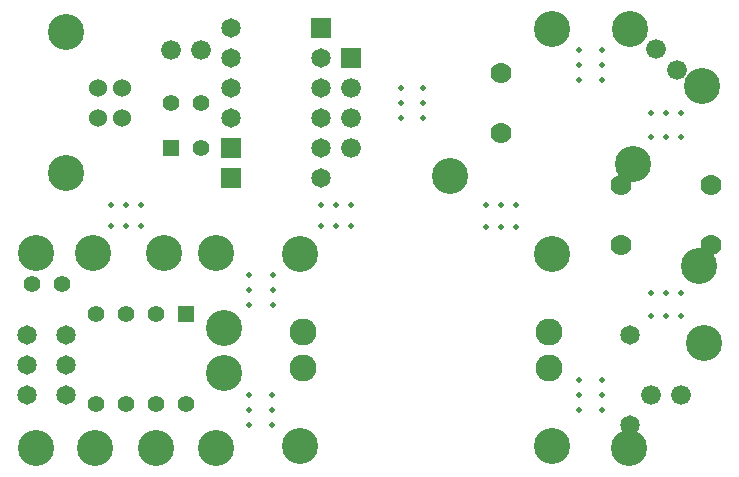
<source format=gbs>
G04 (created by PCBNEW (2013-07-07 BZR 4022)-stable) date 2/5/2015 8:35:07 PM*
%MOIN*%
G04 Gerber Fmt 3.4, Leading zero omitted, Abs format*
%FSLAX34Y34*%
G01*
G70*
G90*
G04 APERTURE LIST*
%ADD10C,0.00590551*%
%ADD11R,0.065X0.065*%
%ADD12C,0.065*%
%ADD13R,0.066X0.066*%
%ADD14C,0.066*%
%ADD15C,0.055*%
%ADD16C,0.07*%
%ADD17C,0.06*%
%ADD18C,0.12*%
%ADD19R,0.055X0.055*%
%ADD20C,0.09*%
%ADD21C,0.02*%
G04 APERTURE END LIST*
G54D10*
G54D11*
X52500Y-41250D03*
G54D12*
X49500Y-41250D03*
X44000Y-52500D03*
X44000Y-51500D03*
X44000Y-53500D03*
X42700Y-51500D03*
X42700Y-52500D03*
X42700Y-53500D03*
G54D13*
X53500Y-42250D03*
G54D14*
X53500Y-43250D03*
X53500Y-44250D03*
X53500Y-45250D03*
G54D15*
X42850Y-49800D03*
X43850Y-49800D03*
G54D16*
X62500Y-48500D03*
X62500Y-46500D03*
X65500Y-48500D03*
X65500Y-46500D03*
X58500Y-44750D03*
X58500Y-42750D03*
G54D17*
X45850Y-44250D03*
X45850Y-43250D03*
X45063Y-43250D03*
X45063Y-44250D03*
G54D18*
X44000Y-46112D03*
X44000Y-41388D03*
G54D19*
X48000Y-50800D03*
G54D15*
X47000Y-50800D03*
X46000Y-50800D03*
X45000Y-50800D03*
X45000Y-53800D03*
X46000Y-53800D03*
X47000Y-53800D03*
X48000Y-53800D03*
G54D11*
X49500Y-46250D03*
G54D12*
X52500Y-46250D03*
X49500Y-42250D03*
X52500Y-42250D03*
X49500Y-44250D03*
X52500Y-44250D03*
X49500Y-43250D03*
X52500Y-43250D03*
X62800Y-54500D03*
X62800Y-51500D03*
G54D19*
X47500Y-45250D03*
G54D15*
X48500Y-45250D03*
G54D20*
X51900Y-52600D03*
X60100Y-52600D03*
X51900Y-51400D03*
X60100Y-51400D03*
G54D18*
X49250Y-52750D03*
X49000Y-48750D03*
X47000Y-55250D03*
X43000Y-55250D03*
X49000Y-55250D03*
X65200Y-43200D03*
X62800Y-41300D03*
X65250Y-51750D03*
X62750Y-55250D03*
X65100Y-49200D03*
X56800Y-46200D03*
X60200Y-41300D03*
X62900Y-45800D03*
X51800Y-55200D03*
X60200Y-55200D03*
X51800Y-48800D03*
X44900Y-48750D03*
G54D14*
X63646Y-41946D03*
X64353Y-42653D03*
G54D21*
X46000Y-47850D03*
X45500Y-47850D03*
X46500Y-47850D03*
X46000Y-47150D03*
X46500Y-47150D03*
X45500Y-47150D03*
G54D18*
X60200Y-48800D03*
G54D11*
X49500Y-45250D03*
G54D12*
X52500Y-45250D03*
G54D21*
X53000Y-47850D03*
X52500Y-47850D03*
X53500Y-47850D03*
X53000Y-47150D03*
X53500Y-47150D03*
X52500Y-47150D03*
X58500Y-47150D03*
X59000Y-47150D03*
X58000Y-47150D03*
X58500Y-47900D03*
X59000Y-47900D03*
X58000Y-47900D03*
X55150Y-43750D03*
X55150Y-43250D03*
X55150Y-44250D03*
X55900Y-43750D03*
X55900Y-43250D03*
X55900Y-44250D03*
X64000Y-44900D03*
X64500Y-44900D03*
X63500Y-44900D03*
X64000Y-44100D03*
X63500Y-44100D03*
X64500Y-44100D03*
X61100Y-42500D03*
X61100Y-43000D03*
X61100Y-42000D03*
X61850Y-42500D03*
X61850Y-43000D03*
X61850Y-42000D03*
X61100Y-53500D03*
X61100Y-54000D03*
X61100Y-53000D03*
X61850Y-53500D03*
X61850Y-54000D03*
X61850Y-53000D03*
X64000Y-50850D03*
X63500Y-50850D03*
X64500Y-50850D03*
X64000Y-50100D03*
X63500Y-50100D03*
X64500Y-50100D03*
G54D15*
X47500Y-43750D03*
X48500Y-43750D03*
G54D14*
X47500Y-42000D03*
X48500Y-42000D03*
G54D21*
X50100Y-54000D03*
X50100Y-54500D03*
X50100Y-53500D03*
X50850Y-54000D03*
X50850Y-54500D03*
X50850Y-53500D03*
X50100Y-50000D03*
X50100Y-50500D03*
X50100Y-49500D03*
X50900Y-50000D03*
X50900Y-49500D03*
X50900Y-50500D03*
G54D18*
X49250Y-51250D03*
X44950Y-55250D03*
X47250Y-48750D03*
X43000Y-48750D03*
G54D14*
X64500Y-53500D03*
X63500Y-53500D03*
M02*

</source>
